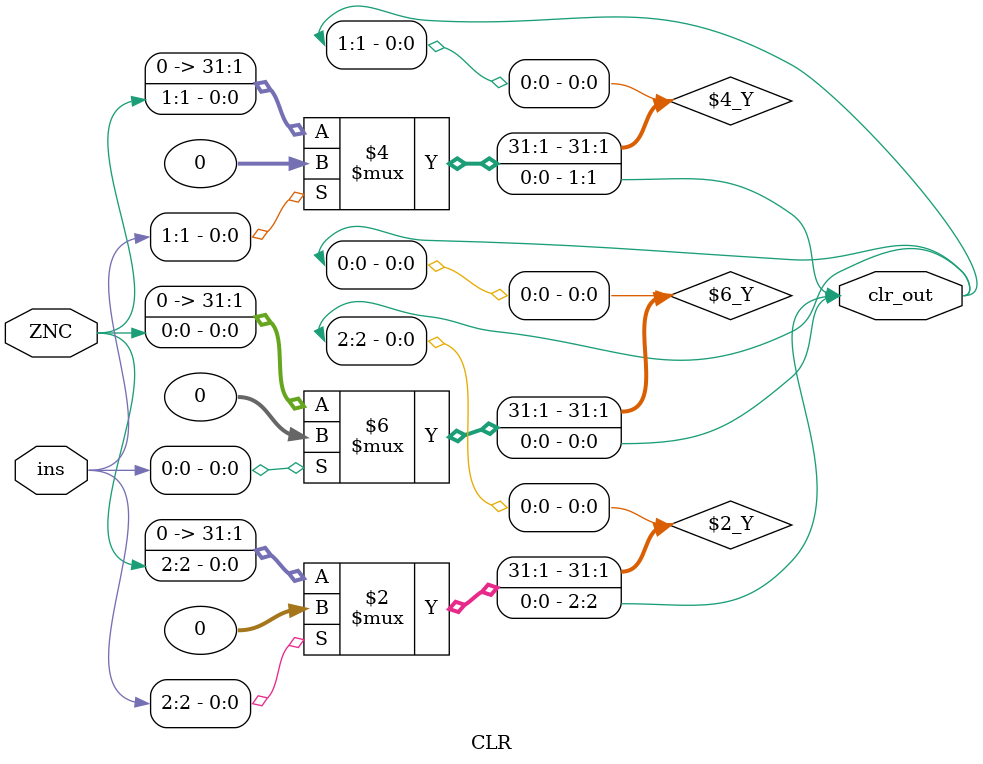
<source format=v>

module CLR (ZNC, ins, clr_out);
    input [2:0] ZNC, ins;
    output reg [2:0] clr_out;

    assign clr_out [2] = (ins[2])?(0):(ZNC [2]);
    assign clr_out [1] = (ins[1])?(0):(ZNC [1]);
    assign clr_out [0] = (ins[0])?(0):(ZNC [0]);
    
endmodule
</source>
